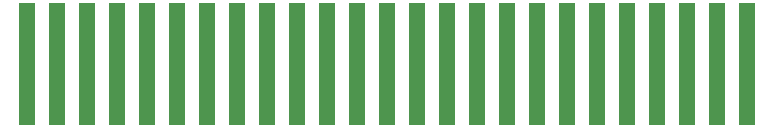
<source format=gbr>
G04 DipTrace 2.4.0.2*
%INTopPaste.gbr*%
%MOIN*%
%ADD32R,0.0551X0.4055*%
%FSLAX44Y44*%
G04*
G70*
G90*
G75*
G01*
%LNTopPaste*%
%LPD*%
D32*
X33812Y6187D3*
X32812D3*
X31812D3*
X30812D3*
X29812D3*
X28812D3*
X27812D3*
X26812D3*
X25812D3*
X24812D3*
X23812D3*
X22812D3*
X21812D3*
X20812D3*
X19812D3*
X18812D3*
X17812D3*
X16812D3*
X15812D3*
X14812D3*
X13812D3*
X12812D3*
X11812D3*
X10812D3*
X9812D3*
M02*

</source>
